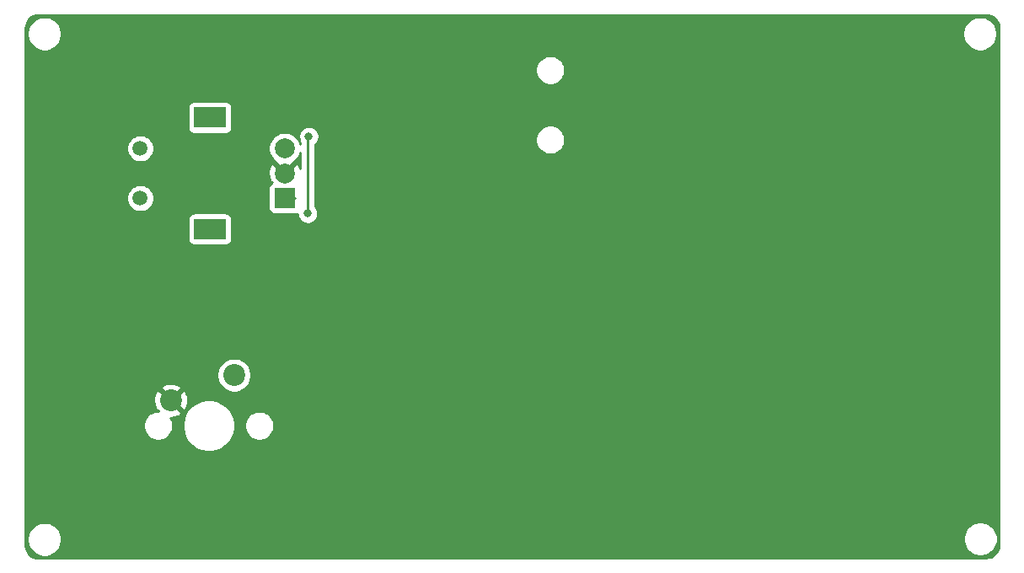
<source format=gtl>
G04 #@! TF.GenerationSoftware,KiCad,Pcbnew,(5.1.7)-1*
G04 #@! TF.CreationDate,2021-04-25T15:55:36-07:00*
G04 #@! TF.ProjectId,daughter_board,64617567-6874-4657-925f-626f6172642e,rev?*
G04 #@! TF.SameCoordinates,Original*
G04 #@! TF.FileFunction,Copper,L1,Top*
G04 #@! TF.FilePolarity,Positive*
%FSLAX46Y46*%
G04 Gerber Fmt 4.6, Leading zero omitted, Abs format (unit mm)*
G04 Created by KiCad (PCBNEW (5.1.7)-1) date 2021-04-25 15:55:36*
%MOMM*%
%LPD*%
G01*
G04 APERTURE LIST*
G04 #@! TA.AperFunction,ComponentPad*
%ADD10C,2.200000*%
G04 #@! TD*
G04 #@! TA.AperFunction,ComponentPad*
%ADD11C,1.500000*%
G04 #@! TD*
G04 #@! TA.AperFunction,ComponentPad*
%ADD12R,3.200000X2.000000*%
G04 #@! TD*
G04 #@! TA.AperFunction,ComponentPad*
%ADD13C,2.000000*%
G04 #@! TD*
G04 #@! TA.AperFunction,ComponentPad*
%ADD14R,2.000000X2.000000*%
G04 #@! TD*
G04 #@! TA.AperFunction,ViaPad*
%ADD15C,0.800000*%
G04 #@! TD*
G04 #@! TA.AperFunction,Conductor*
%ADD16C,0.250000*%
G04 #@! TD*
G04 #@! TA.AperFunction,Conductor*
%ADD17C,0.254000*%
G04 #@! TD*
G04 #@! TA.AperFunction,Conductor*
%ADD18C,0.100000*%
G04 #@! TD*
G04 APERTURE END LIST*
D10*
X146050000Y-102870000D03*
X139700000Y-105410000D03*
D11*
X136630000Y-80090000D03*
X136630000Y-85090000D03*
D12*
X143630000Y-76990000D03*
X143630000Y-88190000D03*
D13*
X151130000Y-80090000D03*
X151130000Y-82590000D03*
D14*
X151130000Y-85090000D03*
D15*
X153466800Y-86639400D03*
X153555700Y-78892400D03*
D16*
X153466800Y-78981300D02*
X153555700Y-78892400D01*
X153466800Y-86639400D02*
X153466800Y-78981300D01*
X151130000Y-82590000D02*
X151805000Y-82590000D01*
X151130000Y-85090000D02*
X151130000Y-84709000D01*
X151130000Y-85090000D02*
X151511000Y-85090000D01*
X151130000Y-85090000D02*
X152146000Y-85090000D01*
D17*
X221876674Y-66726332D02*
X222103949Y-66794950D01*
X222313565Y-66906405D01*
X222497543Y-67056454D01*
X222648871Y-67239379D01*
X222761786Y-67448211D01*
X222831989Y-67674998D01*
X222860001Y-67941517D01*
X222860000Y-114332418D01*
X222860001Y-114332428D01*
X222860000Y-119957321D01*
X222833668Y-120225874D01*
X222765050Y-120453150D01*
X222653597Y-120662762D01*
X222503545Y-120846743D01*
X222320623Y-120998069D01*
X222111789Y-121110986D01*
X221884998Y-121181189D01*
X221618379Y-121209212D01*
X126371710Y-121259983D01*
X126103326Y-121233668D01*
X125876050Y-121165050D01*
X125666438Y-121053597D01*
X125482457Y-120903545D01*
X125331131Y-120720623D01*
X125218214Y-120511789D01*
X125148011Y-120284998D01*
X125120000Y-120018491D01*
X125120000Y-119209117D01*
X125265000Y-119209117D01*
X125265000Y-119550883D01*
X125331675Y-119886081D01*
X125462463Y-120201831D01*
X125652337Y-120485998D01*
X125894002Y-120727663D01*
X126178169Y-120917537D01*
X126493919Y-121048325D01*
X126829117Y-121115000D01*
X127170883Y-121115000D01*
X127506081Y-121048325D01*
X127821831Y-120917537D01*
X128105998Y-120727663D01*
X128347663Y-120485998D01*
X128537537Y-120201831D01*
X128668325Y-119886081D01*
X128735000Y-119550883D01*
X128735000Y-119209117D01*
X128724896Y-119158317D01*
X219295800Y-119158317D01*
X219295800Y-119500083D01*
X219362475Y-119835281D01*
X219493263Y-120151031D01*
X219683137Y-120435198D01*
X219924802Y-120676863D01*
X220208969Y-120866737D01*
X220524719Y-120997525D01*
X220859917Y-121064200D01*
X221201683Y-121064200D01*
X221536881Y-120997525D01*
X221852631Y-120866737D01*
X222136798Y-120676863D01*
X222378463Y-120435198D01*
X222568337Y-120151031D01*
X222699125Y-119835281D01*
X222765800Y-119500083D01*
X222765800Y-119158317D01*
X222699125Y-118823119D01*
X222568337Y-118507369D01*
X222378463Y-118223202D01*
X222136798Y-117981537D01*
X221852631Y-117791663D01*
X221536881Y-117660875D01*
X221201683Y-117594200D01*
X220859917Y-117594200D01*
X220524719Y-117660875D01*
X220208969Y-117791663D01*
X219924802Y-117981537D01*
X219683137Y-118223202D01*
X219493263Y-118507369D01*
X219362475Y-118823119D01*
X219295800Y-119158317D01*
X128724896Y-119158317D01*
X128668325Y-118873919D01*
X128537537Y-118558169D01*
X128347663Y-118274002D01*
X128105998Y-118032337D01*
X127821831Y-117842463D01*
X127506081Y-117711675D01*
X127170883Y-117645000D01*
X126829117Y-117645000D01*
X126493919Y-117711675D01*
X126178169Y-117842463D01*
X125894002Y-118032337D01*
X125652337Y-118274002D01*
X125462463Y-118558169D01*
X125331675Y-118873919D01*
X125265000Y-119209117D01*
X125120000Y-119209117D01*
X125120000Y-107803740D01*
X136945000Y-107803740D01*
X136945000Y-108096260D01*
X137002068Y-108383158D01*
X137114010Y-108653411D01*
X137276525Y-108896632D01*
X137483368Y-109103475D01*
X137726589Y-109265990D01*
X137996842Y-109377932D01*
X138283740Y-109435000D01*
X138576260Y-109435000D01*
X138863158Y-109377932D01*
X139133411Y-109265990D01*
X139376632Y-109103475D01*
X139583475Y-108896632D01*
X139745990Y-108653411D01*
X139857932Y-108383158D01*
X139915000Y-108096260D01*
X139915000Y-107803740D01*
X139892471Y-107690475D01*
X140875000Y-107690475D01*
X140875000Y-108209525D01*
X140976261Y-108718601D01*
X141174893Y-109198141D01*
X141463262Y-109629715D01*
X141830285Y-109996738D01*
X142261859Y-110285107D01*
X142741399Y-110483739D01*
X143250475Y-110585000D01*
X143769525Y-110585000D01*
X144278601Y-110483739D01*
X144758141Y-110285107D01*
X145189715Y-109996738D01*
X145556738Y-109629715D01*
X145845107Y-109198141D01*
X146043739Y-108718601D01*
X146145000Y-108209525D01*
X146145000Y-107803740D01*
X147105000Y-107803740D01*
X147105000Y-108096260D01*
X147162068Y-108383158D01*
X147274010Y-108653411D01*
X147436525Y-108896632D01*
X147643368Y-109103475D01*
X147886589Y-109265990D01*
X148156842Y-109377932D01*
X148443740Y-109435000D01*
X148736260Y-109435000D01*
X149023158Y-109377932D01*
X149293411Y-109265990D01*
X149536632Y-109103475D01*
X149743475Y-108896632D01*
X149905990Y-108653411D01*
X150017932Y-108383158D01*
X150075000Y-108096260D01*
X150075000Y-107803740D01*
X150017932Y-107516842D01*
X149905990Y-107246589D01*
X149743475Y-107003368D01*
X149536632Y-106796525D01*
X149293411Y-106634010D01*
X149023158Y-106522068D01*
X148736260Y-106465000D01*
X148443740Y-106465000D01*
X148156842Y-106522068D01*
X147886589Y-106634010D01*
X147643368Y-106796525D01*
X147436525Y-107003368D01*
X147274010Y-107246589D01*
X147162068Y-107516842D01*
X147105000Y-107803740D01*
X146145000Y-107803740D01*
X146145000Y-107690475D01*
X146043739Y-107181399D01*
X145845107Y-106701859D01*
X145556738Y-106270285D01*
X145189715Y-105903262D01*
X144758141Y-105614893D01*
X144278601Y-105416261D01*
X143769525Y-105315000D01*
X143250475Y-105315000D01*
X142741399Y-105416261D01*
X142261859Y-105614893D01*
X141830285Y-105903262D01*
X141463262Y-106270285D01*
X141174893Y-106701859D01*
X140976261Y-107181399D01*
X140875000Y-107690475D01*
X139892471Y-107690475D01*
X139857932Y-107516842D01*
X139745990Y-107246589D01*
X139679650Y-107147304D01*
X139758639Y-107152409D01*
X140097439Y-107107489D01*
X140420966Y-106997336D01*
X140619274Y-106891338D01*
X140727107Y-106616712D01*
X139700000Y-105589605D01*
X139685858Y-105603748D01*
X139506253Y-105424143D01*
X139520395Y-105410000D01*
X139879605Y-105410000D01*
X140906712Y-106437107D01*
X141181338Y-106329274D01*
X141332216Y-106022616D01*
X141420369Y-105692415D01*
X141442409Y-105351361D01*
X141397489Y-105012561D01*
X141287336Y-104689034D01*
X141181338Y-104490726D01*
X140906712Y-104382893D01*
X139879605Y-105410000D01*
X139520395Y-105410000D01*
X138493288Y-104382893D01*
X138218662Y-104490726D01*
X138067784Y-104797384D01*
X137979631Y-105127585D01*
X137957591Y-105468639D01*
X138002511Y-105807439D01*
X138112664Y-106130966D01*
X138218662Y-106329274D01*
X138493286Y-106437106D01*
X138465392Y-106465000D01*
X138283740Y-106465000D01*
X137996842Y-106522068D01*
X137726589Y-106634010D01*
X137483368Y-106796525D01*
X137276525Y-107003368D01*
X137114010Y-107246589D01*
X137002068Y-107516842D01*
X136945000Y-107803740D01*
X125120000Y-107803740D01*
X125120000Y-104203288D01*
X138672893Y-104203288D01*
X139700000Y-105230395D01*
X140727107Y-104203288D01*
X140619274Y-103928662D01*
X140312616Y-103777784D01*
X139982415Y-103689631D01*
X139641361Y-103667591D01*
X139302561Y-103712511D01*
X138979034Y-103822664D01*
X138780726Y-103928662D01*
X138672893Y-104203288D01*
X125120000Y-104203288D01*
X125120000Y-102699117D01*
X144315000Y-102699117D01*
X144315000Y-103040883D01*
X144381675Y-103376081D01*
X144512463Y-103691831D01*
X144702337Y-103975998D01*
X144944002Y-104217663D01*
X145228169Y-104407537D01*
X145543919Y-104538325D01*
X145879117Y-104605000D01*
X146220883Y-104605000D01*
X146556081Y-104538325D01*
X146871831Y-104407537D01*
X147155998Y-104217663D01*
X147397663Y-103975998D01*
X147587537Y-103691831D01*
X147718325Y-103376081D01*
X147785000Y-103040883D01*
X147785000Y-102699117D01*
X147718325Y-102363919D01*
X147587537Y-102048169D01*
X147397663Y-101764002D01*
X147155998Y-101522337D01*
X146871831Y-101332463D01*
X146556081Y-101201675D01*
X146220883Y-101135000D01*
X145879117Y-101135000D01*
X145543919Y-101201675D01*
X145228169Y-101332463D01*
X144944002Y-101522337D01*
X144702337Y-101764002D01*
X144512463Y-102048169D01*
X144381675Y-102363919D01*
X144315000Y-102699117D01*
X125120000Y-102699117D01*
X125120000Y-87190000D01*
X141391928Y-87190000D01*
X141391928Y-89190000D01*
X141404188Y-89314482D01*
X141440498Y-89434180D01*
X141499463Y-89544494D01*
X141578815Y-89641185D01*
X141675506Y-89720537D01*
X141785820Y-89779502D01*
X141905518Y-89815812D01*
X142030000Y-89828072D01*
X145230000Y-89828072D01*
X145354482Y-89815812D01*
X145474180Y-89779502D01*
X145584494Y-89720537D01*
X145681185Y-89641185D01*
X145760537Y-89544494D01*
X145819502Y-89434180D01*
X145855812Y-89314482D01*
X145868072Y-89190000D01*
X145868072Y-87190000D01*
X145855812Y-87065518D01*
X145819502Y-86945820D01*
X145760537Y-86835506D01*
X145681185Y-86738815D01*
X145584494Y-86659463D01*
X145474180Y-86600498D01*
X145354482Y-86564188D01*
X145230000Y-86551928D01*
X142030000Y-86551928D01*
X141905518Y-86564188D01*
X141785820Y-86600498D01*
X141675506Y-86659463D01*
X141578815Y-86738815D01*
X141499463Y-86835506D01*
X141440498Y-86945820D01*
X141404188Y-87065518D01*
X141391928Y-87190000D01*
X125120000Y-87190000D01*
X125120000Y-84953589D01*
X135245000Y-84953589D01*
X135245000Y-85226411D01*
X135298225Y-85493989D01*
X135402629Y-85746043D01*
X135554201Y-85972886D01*
X135747114Y-86165799D01*
X135973957Y-86317371D01*
X136226011Y-86421775D01*
X136493589Y-86475000D01*
X136766411Y-86475000D01*
X137033989Y-86421775D01*
X137286043Y-86317371D01*
X137512886Y-86165799D01*
X137705799Y-85972886D01*
X137857371Y-85746043D01*
X137961775Y-85493989D01*
X138015000Y-85226411D01*
X138015000Y-84953589D01*
X137961775Y-84686011D01*
X137857371Y-84433957D01*
X137705799Y-84207114D01*
X137512886Y-84014201D01*
X137286043Y-83862629D01*
X137033989Y-83758225D01*
X136766411Y-83705000D01*
X136493589Y-83705000D01*
X136226011Y-83758225D01*
X135973957Y-83862629D01*
X135747114Y-84014201D01*
X135554201Y-84207114D01*
X135402629Y-84433957D01*
X135298225Y-84686011D01*
X135245000Y-84953589D01*
X125120000Y-84953589D01*
X125120000Y-82652595D01*
X149488282Y-82652595D01*
X149532039Y-82971675D01*
X149637205Y-83276088D01*
X149730186Y-83450044D01*
X149879223Y-83504024D01*
X149775506Y-83559463D01*
X149678815Y-83638815D01*
X149599463Y-83735506D01*
X149540498Y-83845820D01*
X149504188Y-83965518D01*
X149491928Y-84090000D01*
X149491928Y-86090000D01*
X149504188Y-86214482D01*
X149540498Y-86334180D01*
X149599463Y-86444494D01*
X149678815Y-86541185D01*
X149775506Y-86620537D01*
X149885820Y-86679502D01*
X150005518Y-86715812D01*
X150130000Y-86728072D01*
X152130000Y-86728072D01*
X152254482Y-86715812D01*
X152374180Y-86679502D01*
X152431800Y-86648703D01*
X152431800Y-86741339D01*
X152471574Y-86941298D01*
X152549595Y-87129656D01*
X152662863Y-87299174D01*
X152807026Y-87443337D01*
X152976544Y-87556605D01*
X153164902Y-87634626D01*
X153364861Y-87674400D01*
X153568739Y-87674400D01*
X153768698Y-87634626D01*
X153957056Y-87556605D01*
X154126574Y-87443337D01*
X154270737Y-87299174D01*
X154384005Y-87129656D01*
X154462026Y-86941298D01*
X154501800Y-86741339D01*
X154501800Y-86537461D01*
X154462026Y-86337502D01*
X154384005Y-86149144D01*
X154270737Y-85979626D01*
X154226800Y-85935689D01*
X154226800Y-79685011D01*
X154359637Y-79552174D01*
X154472905Y-79382656D01*
X154550926Y-79194298D01*
X154573692Y-79079840D01*
X176340400Y-79079840D01*
X176340400Y-79372360D01*
X176397468Y-79659258D01*
X176509410Y-79929511D01*
X176671925Y-80172732D01*
X176878768Y-80379575D01*
X177121989Y-80542090D01*
X177392242Y-80654032D01*
X177679140Y-80711100D01*
X177971660Y-80711100D01*
X178258558Y-80654032D01*
X178528811Y-80542090D01*
X178772032Y-80379575D01*
X178978875Y-80172732D01*
X179141390Y-79929511D01*
X179253332Y-79659258D01*
X179310400Y-79372360D01*
X179310400Y-79079840D01*
X179253332Y-78792942D01*
X179141390Y-78522689D01*
X178978875Y-78279468D01*
X178772032Y-78072625D01*
X178528811Y-77910110D01*
X178258558Y-77798168D01*
X177971660Y-77741100D01*
X177679140Y-77741100D01*
X177392242Y-77798168D01*
X177121989Y-77910110D01*
X176878768Y-78072625D01*
X176671925Y-78279468D01*
X176509410Y-78522689D01*
X176397468Y-78792942D01*
X176340400Y-79079840D01*
X154573692Y-79079840D01*
X154590700Y-78994339D01*
X154590700Y-78790461D01*
X154550926Y-78590502D01*
X154472905Y-78402144D01*
X154359637Y-78232626D01*
X154215474Y-78088463D01*
X154045956Y-77975195D01*
X153857598Y-77897174D01*
X153657639Y-77857400D01*
X153453761Y-77857400D01*
X153253802Y-77897174D01*
X153065444Y-77975195D01*
X152895926Y-78088463D01*
X152751763Y-78232626D01*
X152638495Y-78402144D01*
X152560474Y-78590502D01*
X152520700Y-78790461D01*
X152520700Y-78994339D01*
X152560474Y-79194298D01*
X152638495Y-79382656D01*
X152706801Y-79484883D01*
X152706801Y-79636379D01*
X152702168Y-79613088D01*
X152578918Y-79315537D01*
X152399987Y-79047748D01*
X152172252Y-78820013D01*
X151904463Y-78641082D01*
X151606912Y-78517832D01*
X151291033Y-78455000D01*
X150968967Y-78455000D01*
X150653088Y-78517832D01*
X150355537Y-78641082D01*
X150087748Y-78820013D01*
X149860013Y-79047748D01*
X149681082Y-79315537D01*
X149557832Y-79613088D01*
X149495000Y-79928967D01*
X149495000Y-80251033D01*
X149557832Y-80566912D01*
X149681082Y-80864463D01*
X149860013Y-81132252D01*
X150087748Y-81359987D01*
X150184935Y-81424925D01*
X150174192Y-81454587D01*
X151130000Y-82410395D01*
X152085808Y-81454587D01*
X152075065Y-81424925D01*
X152172252Y-81359987D01*
X152399987Y-81132252D01*
X152578918Y-80864463D01*
X152702168Y-80566912D01*
X152706801Y-80543621D01*
X152706801Y-82147074D01*
X152622795Y-81903912D01*
X152529814Y-81729956D01*
X152265413Y-81634192D01*
X151309605Y-82590000D01*
X151323748Y-82604143D01*
X151144143Y-82783748D01*
X151130000Y-82769605D01*
X151115858Y-82783748D01*
X150936253Y-82604143D01*
X150950395Y-82590000D01*
X149994587Y-81634192D01*
X149730186Y-81729956D01*
X149589296Y-82019571D01*
X149507616Y-82331108D01*
X149488282Y-82652595D01*
X125120000Y-82652595D01*
X125120000Y-79953589D01*
X135245000Y-79953589D01*
X135245000Y-80226411D01*
X135298225Y-80493989D01*
X135402629Y-80746043D01*
X135554201Y-80972886D01*
X135747114Y-81165799D01*
X135973957Y-81317371D01*
X136226011Y-81421775D01*
X136493589Y-81475000D01*
X136766411Y-81475000D01*
X137033989Y-81421775D01*
X137286043Y-81317371D01*
X137512886Y-81165799D01*
X137705799Y-80972886D01*
X137857371Y-80746043D01*
X137961775Y-80493989D01*
X138015000Y-80226411D01*
X138015000Y-79953589D01*
X137961775Y-79686011D01*
X137857371Y-79433957D01*
X137705799Y-79207114D01*
X137512886Y-79014201D01*
X137286043Y-78862629D01*
X137033989Y-78758225D01*
X136766411Y-78705000D01*
X136493589Y-78705000D01*
X136226011Y-78758225D01*
X135973957Y-78862629D01*
X135747114Y-79014201D01*
X135554201Y-79207114D01*
X135402629Y-79433957D01*
X135298225Y-79686011D01*
X135245000Y-79953589D01*
X125120000Y-79953589D01*
X125120000Y-75990000D01*
X141391928Y-75990000D01*
X141391928Y-77990000D01*
X141404188Y-78114482D01*
X141440498Y-78234180D01*
X141499463Y-78344494D01*
X141578815Y-78441185D01*
X141675506Y-78520537D01*
X141785820Y-78579502D01*
X141905518Y-78615812D01*
X142030000Y-78628072D01*
X145230000Y-78628072D01*
X145354482Y-78615812D01*
X145474180Y-78579502D01*
X145584494Y-78520537D01*
X145681185Y-78441185D01*
X145760537Y-78344494D01*
X145819502Y-78234180D01*
X145855812Y-78114482D01*
X145868072Y-77990000D01*
X145868072Y-75990000D01*
X145855812Y-75865518D01*
X145819502Y-75745820D01*
X145760537Y-75635506D01*
X145681185Y-75538815D01*
X145584494Y-75459463D01*
X145474180Y-75400498D01*
X145354482Y-75364188D01*
X145230000Y-75351928D01*
X142030000Y-75351928D01*
X141905518Y-75364188D01*
X141785820Y-75400498D01*
X141675506Y-75459463D01*
X141578815Y-75538815D01*
X141499463Y-75635506D01*
X141440498Y-75745820D01*
X141404188Y-75865518D01*
X141391928Y-75990000D01*
X125120000Y-75990000D01*
X125120000Y-72079840D01*
X176340400Y-72079840D01*
X176340400Y-72372360D01*
X176397468Y-72659258D01*
X176509410Y-72929511D01*
X176671925Y-73172732D01*
X176878768Y-73379575D01*
X177121989Y-73542090D01*
X177392242Y-73654032D01*
X177679140Y-73711100D01*
X177971660Y-73711100D01*
X178258558Y-73654032D01*
X178528811Y-73542090D01*
X178772032Y-73379575D01*
X178978875Y-73172732D01*
X179141390Y-72929511D01*
X179253332Y-72659258D01*
X179310400Y-72372360D01*
X179310400Y-72079840D01*
X179253332Y-71792942D01*
X179141390Y-71522689D01*
X178978875Y-71279468D01*
X178772032Y-71072625D01*
X178528811Y-70910110D01*
X178258558Y-70798168D01*
X177971660Y-70741100D01*
X177679140Y-70741100D01*
X177392242Y-70798168D01*
X177121989Y-70910110D01*
X176878768Y-71072625D01*
X176671925Y-71279468D01*
X176509410Y-71522689D01*
X176397468Y-71792942D01*
X176340400Y-72079840D01*
X125120000Y-72079840D01*
X125120000Y-68409117D01*
X125265000Y-68409117D01*
X125265000Y-68750883D01*
X125331675Y-69086081D01*
X125462463Y-69401831D01*
X125652337Y-69685998D01*
X125894002Y-69927663D01*
X126178169Y-70117537D01*
X126493919Y-70248325D01*
X126829117Y-70315000D01*
X127170883Y-70315000D01*
X127506081Y-70248325D01*
X127821831Y-70117537D01*
X128105998Y-69927663D01*
X128347663Y-69685998D01*
X128537537Y-69401831D01*
X128668325Y-69086081D01*
X128735000Y-68750883D01*
X128735000Y-68409117D01*
X219245000Y-68409117D01*
X219245000Y-68750883D01*
X219311675Y-69086081D01*
X219442463Y-69401831D01*
X219632337Y-69685998D01*
X219874002Y-69927663D01*
X220158169Y-70117537D01*
X220473919Y-70248325D01*
X220809117Y-70315000D01*
X221150883Y-70315000D01*
X221486081Y-70248325D01*
X221801831Y-70117537D01*
X222085998Y-69927663D01*
X222327663Y-69685998D01*
X222517537Y-69401831D01*
X222648325Y-69086081D01*
X222715000Y-68750883D01*
X222715000Y-68409117D01*
X222648325Y-68073919D01*
X222517537Y-67758169D01*
X222327663Y-67474002D01*
X222085998Y-67232337D01*
X221801831Y-67042463D01*
X221486081Y-66911675D01*
X221150883Y-66845000D01*
X220809117Y-66845000D01*
X220473919Y-66911675D01*
X220158169Y-67042463D01*
X219874002Y-67232337D01*
X219632337Y-67474002D01*
X219442463Y-67758169D01*
X219311675Y-68073919D01*
X219245000Y-68409117D01*
X128735000Y-68409117D01*
X128668325Y-68073919D01*
X128537537Y-67758169D01*
X128347663Y-67474002D01*
X128105998Y-67232337D01*
X127821831Y-67042463D01*
X127506081Y-66911675D01*
X127170883Y-66845000D01*
X126829117Y-66845000D01*
X126493919Y-66911675D01*
X126178169Y-67042463D01*
X125894002Y-67232337D01*
X125652337Y-67474002D01*
X125462463Y-67758169D01*
X125331675Y-68073919D01*
X125265000Y-68409117D01*
X125120000Y-68409117D01*
X125120000Y-67951879D01*
X125146332Y-67683326D01*
X125214950Y-67456051D01*
X125326405Y-67246435D01*
X125476454Y-67062457D01*
X125659379Y-66911129D01*
X125868211Y-66798214D01*
X126094998Y-66728011D01*
X126361508Y-66700000D01*
X221608121Y-66700000D01*
X221876674Y-66726332D01*
G04 #@! TA.AperFunction,Conductor*
D18*
G36*
X221876674Y-66726332D02*
G01*
X222103949Y-66794950D01*
X222313565Y-66906405D01*
X222497543Y-67056454D01*
X222648871Y-67239379D01*
X222761786Y-67448211D01*
X222831989Y-67674998D01*
X222860001Y-67941517D01*
X222860000Y-114332418D01*
X222860001Y-114332428D01*
X222860000Y-119957321D01*
X222833668Y-120225874D01*
X222765050Y-120453150D01*
X222653597Y-120662762D01*
X222503545Y-120846743D01*
X222320623Y-120998069D01*
X222111789Y-121110986D01*
X221884998Y-121181189D01*
X221618379Y-121209212D01*
X126371710Y-121259983D01*
X126103326Y-121233668D01*
X125876050Y-121165050D01*
X125666438Y-121053597D01*
X125482457Y-120903545D01*
X125331131Y-120720623D01*
X125218214Y-120511789D01*
X125148011Y-120284998D01*
X125120000Y-120018491D01*
X125120000Y-119209117D01*
X125265000Y-119209117D01*
X125265000Y-119550883D01*
X125331675Y-119886081D01*
X125462463Y-120201831D01*
X125652337Y-120485998D01*
X125894002Y-120727663D01*
X126178169Y-120917537D01*
X126493919Y-121048325D01*
X126829117Y-121115000D01*
X127170883Y-121115000D01*
X127506081Y-121048325D01*
X127821831Y-120917537D01*
X128105998Y-120727663D01*
X128347663Y-120485998D01*
X128537537Y-120201831D01*
X128668325Y-119886081D01*
X128735000Y-119550883D01*
X128735000Y-119209117D01*
X128724896Y-119158317D01*
X219295800Y-119158317D01*
X219295800Y-119500083D01*
X219362475Y-119835281D01*
X219493263Y-120151031D01*
X219683137Y-120435198D01*
X219924802Y-120676863D01*
X220208969Y-120866737D01*
X220524719Y-120997525D01*
X220859917Y-121064200D01*
X221201683Y-121064200D01*
X221536881Y-120997525D01*
X221852631Y-120866737D01*
X222136798Y-120676863D01*
X222378463Y-120435198D01*
X222568337Y-120151031D01*
X222699125Y-119835281D01*
X222765800Y-119500083D01*
X222765800Y-119158317D01*
X222699125Y-118823119D01*
X222568337Y-118507369D01*
X222378463Y-118223202D01*
X222136798Y-117981537D01*
X221852631Y-117791663D01*
X221536881Y-117660875D01*
X221201683Y-117594200D01*
X220859917Y-117594200D01*
X220524719Y-117660875D01*
X220208969Y-117791663D01*
X219924802Y-117981537D01*
X219683137Y-118223202D01*
X219493263Y-118507369D01*
X219362475Y-118823119D01*
X219295800Y-119158317D01*
X128724896Y-119158317D01*
X128668325Y-118873919D01*
X128537537Y-118558169D01*
X128347663Y-118274002D01*
X128105998Y-118032337D01*
X127821831Y-117842463D01*
X127506081Y-117711675D01*
X127170883Y-117645000D01*
X126829117Y-117645000D01*
X126493919Y-117711675D01*
X126178169Y-117842463D01*
X125894002Y-118032337D01*
X125652337Y-118274002D01*
X125462463Y-118558169D01*
X125331675Y-118873919D01*
X125265000Y-119209117D01*
X125120000Y-119209117D01*
X125120000Y-107803740D01*
X136945000Y-107803740D01*
X136945000Y-108096260D01*
X137002068Y-108383158D01*
X137114010Y-108653411D01*
X137276525Y-108896632D01*
X137483368Y-109103475D01*
X137726589Y-109265990D01*
X137996842Y-109377932D01*
X138283740Y-109435000D01*
X138576260Y-109435000D01*
X138863158Y-109377932D01*
X139133411Y-109265990D01*
X139376632Y-109103475D01*
X139583475Y-108896632D01*
X139745990Y-108653411D01*
X139857932Y-108383158D01*
X139915000Y-108096260D01*
X139915000Y-107803740D01*
X139892471Y-107690475D01*
X140875000Y-107690475D01*
X140875000Y-108209525D01*
X140976261Y-108718601D01*
X141174893Y-109198141D01*
X141463262Y-109629715D01*
X141830285Y-109996738D01*
X142261859Y-110285107D01*
X142741399Y-110483739D01*
X143250475Y-110585000D01*
X143769525Y-110585000D01*
X144278601Y-110483739D01*
X144758141Y-110285107D01*
X145189715Y-109996738D01*
X145556738Y-109629715D01*
X145845107Y-109198141D01*
X146043739Y-108718601D01*
X146145000Y-108209525D01*
X146145000Y-107803740D01*
X147105000Y-107803740D01*
X147105000Y-108096260D01*
X147162068Y-108383158D01*
X147274010Y-108653411D01*
X147436525Y-108896632D01*
X147643368Y-109103475D01*
X147886589Y-109265990D01*
X148156842Y-109377932D01*
X148443740Y-109435000D01*
X148736260Y-109435000D01*
X149023158Y-109377932D01*
X149293411Y-109265990D01*
X149536632Y-109103475D01*
X149743475Y-108896632D01*
X149905990Y-108653411D01*
X150017932Y-108383158D01*
X150075000Y-108096260D01*
X150075000Y-107803740D01*
X150017932Y-107516842D01*
X149905990Y-107246589D01*
X149743475Y-107003368D01*
X149536632Y-106796525D01*
X149293411Y-106634010D01*
X149023158Y-106522068D01*
X148736260Y-106465000D01*
X148443740Y-106465000D01*
X148156842Y-106522068D01*
X147886589Y-106634010D01*
X147643368Y-106796525D01*
X147436525Y-107003368D01*
X147274010Y-107246589D01*
X147162068Y-107516842D01*
X147105000Y-107803740D01*
X146145000Y-107803740D01*
X146145000Y-107690475D01*
X146043739Y-107181399D01*
X145845107Y-106701859D01*
X145556738Y-106270285D01*
X145189715Y-105903262D01*
X144758141Y-105614893D01*
X144278601Y-105416261D01*
X143769525Y-105315000D01*
X143250475Y-105315000D01*
X142741399Y-105416261D01*
X142261859Y-105614893D01*
X141830285Y-105903262D01*
X141463262Y-106270285D01*
X141174893Y-106701859D01*
X140976261Y-107181399D01*
X140875000Y-107690475D01*
X139892471Y-107690475D01*
X139857932Y-107516842D01*
X139745990Y-107246589D01*
X139679650Y-107147304D01*
X139758639Y-107152409D01*
X140097439Y-107107489D01*
X140420966Y-106997336D01*
X140619274Y-106891338D01*
X140727107Y-106616712D01*
X139700000Y-105589605D01*
X139685858Y-105603748D01*
X139506253Y-105424143D01*
X139520395Y-105410000D01*
X139879605Y-105410000D01*
X140906712Y-106437107D01*
X141181338Y-106329274D01*
X141332216Y-106022616D01*
X141420369Y-105692415D01*
X141442409Y-105351361D01*
X141397489Y-105012561D01*
X141287336Y-104689034D01*
X141181338Y-104490726D01*
X140906712Y-104382893D01*
X139879605Y-105410000D01*
X139520395Y-105410000D01*
X138493288Y-104382893D01*
X138218662Y-104490726D01*
X138067784Y-104797384D01*
X137979631Y-105127585D01*
X137957591Y-105468639D01*
X138002511Y-105807439D01*
X138112664Y-106130966D01*
X138218662Y-106329274D01*
X138493286Y-106437106D01*
X138465392Y-106465000D01*
X138283740Y-106465000D01*
X137996842Y-106522068D01*
X137726589Y-106634010D01*
X137483368Y-106796525D01*
X137276525Y-107003368D01*
X137114010Y-107246589D01*
X137002068Y-107516842D01*
X136945000Y-107803740D01*
X125120000Y-107803740D01*
X125120000Y-104203288D01*
X138672893Y-104203288D01*
X139700000Y-105230395D01*
X140727107Y-104203288D01*
X140619274Y-103928662D01*
X140312616Y-103777784D01*
X139982415Y-103689631D01*
X139641361Y-103667591D01*
X139302561Y-103712511D01*
X138979034Y-103822664D01*
X138780726Y-103928662D01*
X138672893Y-104203288D01*
X125120000Y-104203288D01*
X125120000Y-102699117D01*
X144315000Y-102699117D01*
X144315000Y-103040883D01*
X144381675Y-103376081D01*
X144512463Y-103691831D01*
X144702337Y-103975998D01*
X144944002Y-104217663D01*
X145228169Y-104407537D01*
X145543919Y-104538325D01*
X145879117Y-104605000D01*
X146220883Y-104605000D01*
X146556081Y-104538325D01*
X146871831Y-104407537D01*
X147155998Y-104217663D01*
X147397663Y-103975998D01*
X147587537Y-103691831D01*
X147718325Y-103376081D01*
X147785000Y-103040883D01*
X147785000Y-102699117D01*
X147718325Y-102363919D01*
X147587537Y-102048169D01*
X147397663Y-101764002D01*
X147155998Y-101522337D01*
X146871831Y-101332463D01*
X146556081Y-101201675D01*
X146220883Y-101135000D01*
X145879117Y-101135000D01*
X145543919Y-101201675D01*
X145228169Y-101332463D01*
X144944002Y-101522337D01*
X144702337Y-101764002D01*
X144512463Y-102048169D01*
X144381675Y-102363919D01*
X144315000Y-102699117D01*
X125120000Y-102699117D01*
X125120000Y-87190000D01*
X141391928Y-87190000D01*
X141391928Y-89190000D01*
X141404188Y-89314482D01*
X141440498Y-89434180D01*
X141499463Y-89544494D01*
X141578815Y-89641185D01*
X141675506Y-89720537D01*
X141785820Y-89779502D01*
X141905518Y-89815812D01*
X142030000Y-89828072D01*
X145230000Y-89828072D01*
X145354482Y-89815812D01*
X145474180Y-89779502D01*
X145584494Y-89720537D01*
X145681185Y-89641185D01*
X145760537Y-89544494D01*
X145819502Y-89434180D01*
X145855812Y-89314482D01*
X145868072Y-89190000D01*
X145868072Y-87190000D01*
X145855812Y-87065518D01*
X145819502Y-86945820D01*
X145760537Y-86835506D01*
X145681185Y-86738815D01*
X145584494Y-86659463D01*
X145474180Y-86600498D01*
X145354482Y-86564188D01*
X145230000Y-86551928D01*
X142030000Y-86551928D01*
X141905518Y-86564188D01*
X141785820Y-86600498D01*
X141675506Y-86659463D01*
X141578815Y-86738815D01*
X141499463Y-86835506D01*
X141440498Y-86945820D01*
X141404188Y-87065518D01*
X141391928Y-87190000D01*
X125120000Y-87190000D01*
X125120000Y-84953589D01*
X135245000Y-84953589D01*
X135245000Y-85226411D01*
X135298225Y-85493989D01*
X135402629Y-85746043D01*
X135554201Y-85972886D01*
X135747114Y-86165799D01*
X135973957Y-86317371D01*
X136226011Y-86421775D01*
X136493589Y-86475000D01*
X136766411Y-86475000D01*
X137033989Y-86421775D01*
X137286043Y-86317371D01*
X137512886Y-86165799D01*
X137705799Y-85972886D01*
X137857371Y-85746043D01*
X137961775Y-85493989D01*
X138015000Y-85226411D01*
X138015000Y-84953589D01*
X137961775Y-84686011D01*
X137857371Y-84433957D01*
X137705799Y-84207114D01*
X137512886Y-84014201D01*
X137286043Y-83862629D01*
X137033989Y-83758225D01*
X136766411Y-83705000D01*
X136493589Y-83705000D01*
X136226011Y-83758225D01*
X135973957Y-83862629D01*
X135747114Y-84014201D01*
X135554201Y-84207114D01*
X135402629Y-84433957D01*
X135298225Y-84686011D01*
X135245000Y-84953589D01*
X125120000Y-84953589D01*
X125120000Y-82652595D01*
X149488282Y-82652595D01*
X149532039Y-82971675D01*
X149637205Y-83276088D01*
X149730186Y-83450044D01*
X149879223Y-83504024D01*
X149775506Y-83559463D01*
X149678815Y-83638815D01*
X149599463Y-83735506D01*
X149540498Y-83845820D01*
X149504188Y-83965518D01*
X149491928Y-84090000D01*
X149491928Y-86090000D01*
X149504188Y-86214482D01*
X149540498Y-86334180D01*
X149599463Y-86444494D01*
X149678815Y-86541185D01*
X149775506Y-86620537D01*
X149885820Y-86679502D01*
X150005518Y-86715812D01*
X150130000Y-86728072D01*
X152130000Y-86728072D01*
X152254482Y-86715812D01*
X152374180Y-86679502D01*
X152431800Y-86648703D01*
X152431800Y-86741339D01*
X152471574Y-86941298D01*
X152549595Y-87129656D01*
X152662863Y-87299174D01*
X152807026Y-87443337D01*
X152976544Y-87556605D01*
X153164902Y-87634626D01*
X153364861Y-87674400D01*
X153568739Y-87674400D01*
X153768698Y-87634626D01*
X153957056Y-87556605D01*
X154126574Y-87443337D01*
X154270737Y-87299174D01*
X154384005Y-87129656D01*
X154462026Y-86941298D01*
X154501800Y-86741339D01*
X154501800Y-86537461D01*
X154462026Y-86337502D01*
X154384005Y-86149144D01*
X154270737Y-85979626D01*
X154226800Y-85935689D01*
X154226800Y-79685011D01*
X154359637Y-79552174D01*
X154472905Y-79382656D01*
X154550926Y-79194298D01*
X154573692Y-79079840D01*
X176340400Y-79079840D01*
X176340400Y-79372360D01*
X176397468Y-79659258D01*
X176509410Y-79929511D01*
X176671925Y-80172732D01*
X176878768Y-80379575D01*
X177121989Y-80542090D01*
X177392242Y-80654032D01*
X177679140Y-80711100D01*
X177971660Y-80711100D01*
X178258558Y-80654032D01*
X178528811Y-80542090D01*
X178772032Y-80379575D01*
X178978875Y-80172732D01*
X179141390Y-79929511D01*
X179253332Y-79659258D01*
X179310400Y-79372360D01*
X179310400Y-79079840D01*
X179253332Y-78792942D01*
X179141390Y-78522689D01*
X178978875Y-78279468D01*
X178772032Y-78072625D01*
X178528811Y-77910110D01*
X178258558Y-77798168D01*
X177971660Y-77741100D01*
X177679140Y-77741100D01*
X177392242Y-77798168D01*
X177121989Y-77910110D01*
X176878768Y-78072625D01*
X176671925Y-78279468D01*
X176509410Y-78522689D01*
X176397468Y-78792942D01*
X176340400Y-79079840D01*
X154573692Y-79079840D01*
X154590700Y-78994339D01*
X154590700Y-78790461D01*
X154550926Y-78590502D01*
X154472905Y-78402144D01*
X154359637Y-78232626D01*
X154215474Y-78088463D01*
X154045956Y-77975195D01*
X153857598Y-77897174D01*
X153657639Y-77857400D01*
X153453761Y-77857400D01*
X153253802Y-77897174D01*
X153065444Y-77975195D01*
X152895926Y-78088463D01*
X152751763Y-78232626D01*
X152638495Y-78402144D01*
X152560474Y-78590502D01*
X152520700Y-78790461D01*
X152520700Y-78994339D01*
X152560474Y-79194298D01*
X152638495Y-79382656D01*
X152706801Y-79484883D01*
X152706801Y-79636379D01*
X152702168Y-79613088D01*
X152578918Y-79315537D01*
X152399987Y-79047748D01*
X152172252Y-78820013D01*
X151904463Y-78641082D01*
X151606912Y-78517832D01*
X151291033Y-78455000D01*
X150968967Y-78455000D01*
X150653088Y-78517832D01*
X150355537Y-78641082D01*
X150087748Y-78820013D01*
X149860013Y-79047748D01*
X149681082Y-79315537D01*
X149557832Y-79613088D01*
X149495000Y-79928967D01*
X149495000Y-80251033D01*
X149557832Y-80566912D01*
X149681082Y-80864463D01*
X149860013Y-81132252D01*
X150087748Y-81359987D01*
X150184935Y-81424925D01*
X150174192Y-81454587D01*
X151130000Y-82410395D01*
X152085808Y-81454587D01*
X152075065Y-81424925D01*
X152172252Y-81359987D01*
X152399987Y-81132252D01*
X152578918Y-80864463D01*
X152702168Y-80566912D01*
X152706801Y-80543621D01*
X152706801Y-82147074D01*
X152622795Y-81903912D01*
X152529814Y-81729956D01*
X152265413Y-81634192D01*
X151309605Y-82590000D01*
X151323748Y-82604143D01*
X151144143Y-82783748D01*
X151130000Y-82769605D01*
X151115858Y-82783748D01*
X150936253Y-82604143D01*
X150950395Y-82590000D01*
X149994587Y-81634192D01*
X149730186Y-81729956D01*
X149589296Y-82019571D01*
X149507616Y-82331108D01*
X149488282Y-82652595D01*
X125120000Y-82652595D01*
X125120000Y-79953589D01*
X135245000Y-79953589D01*
X135245000Y-80226411D01*
X135298225Y-80493989D01*
X135402629Y-80746043D01*
X135554201Y-80972886D01*
X135747114Y-81165799D01*
X135973957Y-81317371D01*
X136226011Y-81421775D01*
X136493589Y-81475000D01*
X136766411Y-81475000D01*
X137033989Y-81421775D01*
X137286043Y-81317371D01*
X137512886Y-81165799D01*
X137705799Y-80972886D01*
X137857371Y-80746043D01*
X137961775Y-80493989D01*
X138015000Y-80226411D01*
X138015000Y-79953589D01*
X137961775Y-79686011D01*
X137857371Y-79433957D01*
X137705799Y-79207114D01*
X137512886Y-79014201D01*
X137286043Y-78862629D01*
X137033989Y-78758225D01*
X136766411Y-78705000D01*
X136493589Y-78705000D01*
X136226011Y-78758225D01*
X135973957Y-78862629D01*
X135747114Y-79014201D01*
X135554201Y-79207114D01*
X135402629Y-79433957D01*
X135298225Y-79686011D01*
X135245000Y-79953589D01*
X125120000Y-79953589D01*
X125120000Y-75990000D01*
X141391928Y-75990000D01*
X141391928Y-77990000D01*
X141404188Y-78114482D01*
X141440498Y-78234180D01*
X141499463Y-78344494D01*
X141578815Y-78441185D01*
X141675506Y-78520537D01*
X141785820Y-78579502D01*
X141905518Y-78615812D01*
X142030000Y-78628072D01*
X145230000Y-78628072D01*
X145354482Y-78615812D01*
X145474180Y-78579502D01*
X145584494Y-78520537D01*
X145681185Y-78441185D01*
X145760537Y-78344494D01*
X145819502Y-78234180D01*
X145855812Y-78114482D01*
X145868072Y-77990000D01*
X145868072Y-75990000D01*
X145855812Y-75865518D01*
X145819502Y-75745820D01*
X145760537Y-75635506D01*
X145681185Y-75538815D01*
X145584494Y-75459463D01*
X145474180Y-75400498D01*
X145354482Y-75364188D01*
X145230000Y-75351928D01*
X142030000Y-75351928D01*
X141905518Y-75364188D01*
X141785820Y-75400498D01*
X141675506Y-75459463D01*
X141578815Y-75538815D01*
X141499463Y-75635506D01*
X141440498Y-75745820D01*
X141404188Y-75865518D01*
X141391928Y-75990000D01*
X125120000Y-75990000D01*
X125120000Y-72079840D01*
X176340400Y-72079840D01*
X176340400Y-72372360D01*
X176397468Y-72659258D01*
X176509410Y-72929511D01*
X176671925Y-73172732D01*
X176878768Y-73379575D01*
X177121989Y-73542090D01*
X177392242Y-73654032D01*
X177679140Y-73711100D01*
X177971660Y-73711100D01*
X178258558Y-73654032D01*
X178528811Y-73542090D01*
X178772032Y-73379575D01*
X178978875Y-73172732D01*
X179141390Y-72929511D01*
X179253332Y-72659258D01*
X179310400Y-72372360D01*
X179310400Y-72079840D01*
X179253332Y-71792942D01*
X179141390Y-71522689D01*
X178978875Y-71279468D01*
X178772032Y-71072625D01*
X178528811Y-70910110D01*
X178258558Y-70798168D01*
X177971660Y-70741100D01*
X177679140Y-70741100D01*
X177392242Y-70798168D01*
X177121989Y-70910110D01*
X176878768Y-71072625D01*
X176671925Y-71279468D01*
X176509410Y-71522689D01*
X176397468Y-71792942D01*
X176340400Y-72079840D01*
X125120000Y-72079840D01*
X125120000Y-68409117D01*
X125265000Y-68409117D01*
X125265000Y-68750883D01*
X125331675Y-69086081D01*
X125462463Y-69401831D01*
X125652337Y-69685998D01*
X125894002Y-69927663D01*
X126178169Y-70117537D01*
X126493919Y-70248325D01*
X126829117Y-70315000D01*
X127170883Y-70315000D01*
X127506081Y-70248325D01*
X127821831Y-70117537D01*
X128105998Y-69927663D01*
X128347663Y-69685998D01*
X128537537Y-69401831D01*
X128668325Y-69086081D01*
X128735000Y-68750883D01*
X128735000Y-68409117D01*
X219245000Y-68409117D01*
X219245000Y-68750883D01*
X219311675Y-69086081D01*
X219442463Y-69401831D01*
X219632337Y-69685998D01*
X219874002Y-69927663D01*
X220158169Y-70117537D01*
X220473919Y-70248325D01*
X220809117Y-70315000D01*
X221150883Y-70315000D01*
X221486081Y-70248325D01*
X221801831Y-70117537D01*
X222085998Y-69927663D01*
X222327663Y-69685998D01*
X222517537Y-69401831D01*
X222648325Y-69086081D01*
X222715000Y-68750883D01*
X222715000Y-68409117D01*
X222648325Y-68073919D01*
X222517537Y-67758169D01*
X222327663Y-67474002D01*
X222085998Y-67232337D01*
X221801831Y-67042463D01*
X221486081Y-66911675D01*
X221150883Y-66845000D01*
X220809117Y-66845000D01*
X220473919Y-66911675D01*
X220158169Y-67042463D01*
X219874002Y-67232337D01*
X219632337Y-67474002D01*
X219442463Y-67758169D01*
X219311675Y-68073919D01*
X219245000Y-68409117D01*
X128735000Y-68409117D01*
X128668325Y-68073919D01*
X128537537Y-67758169D01*
X128347663Y-67474002D01*
X128105998Y-67232337D01*
X127821831Y-67042463D01*
X127506081Y-66911675D01*
X127170883Y-66845000D01*
X126829117Y-66845000D01*
X126493919Y-66911675D01*
X126178169Y-67042463D01*
X125894002Y-67232337D01*
X125652337Y-67474002D01*
X125462463Y-67758169D01*
X125331675Y-68073919D01*
X125265000Y-68409117D01*
X125120000Y-68409117D01*
X125120000Y-67951879D01*
X125146332Y-67683326D01*
X125214950Y-67456051D01*
X125326405Y-67246435D01*
X125476454Y-67062457D01*
X125659379Y-66911129D01*
X125868211Y-66798214D01*
X126094998Y-66728011D01*
X126361508Y-66700000D01*
X221608121Y-66700000D01*
X221876674Y-66726332D01*
G37*
G04 #@! TD.AperFunction*
M02*

</source>
